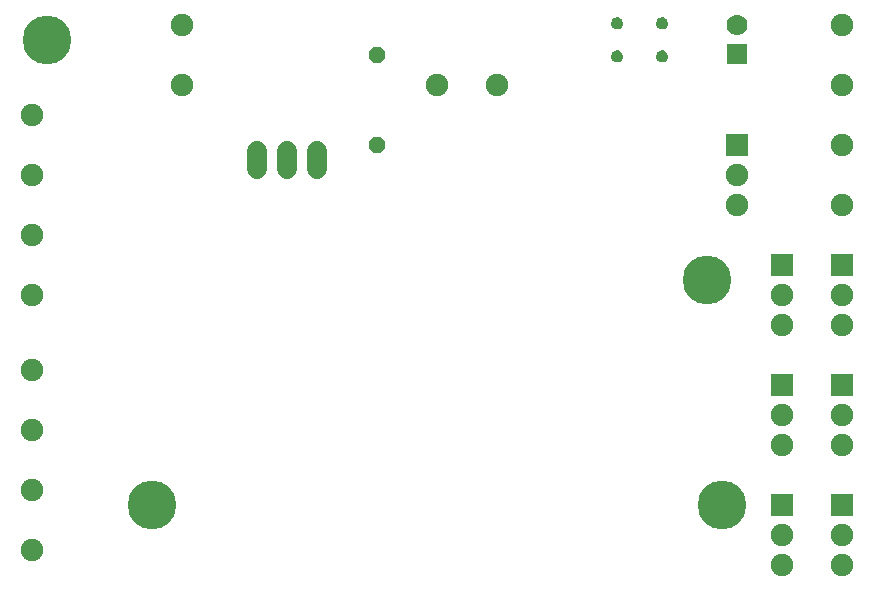
<source format=gbr>
G04 EAGLE Gerber RS-274X export*
G75*
%MOMM*%
%FSLAX34Y34*%
%LPD*%
%INSoldermask Top*%
%IPPOS*%
%AMOC8*
5,1,8,0,0,1.08239X$1,22.5*%
G01*
%ADD10C,4.127000*%
%ADD11C,1.905000*%
%ADD12R,1.905000X1.905000*%
%ADD13P,1.457113X8X112.500000*%
%ADD14C,1.778000*%
%ADD15R,1.778000X1.778000*%
%ADD16C,1.651000*%

G36*
X533548Y478773D02*
X533548Y478773D01*
X533639Y478772D01*
X534603Y478903D01*
X534651Y478919D01*
X534740Y478938D01*
X535651Y479280D01*
X535694Y479306D01*
X535778Y479345D01*
X536589Y479882D01*
X536625Y479917D01*
X536698Y479973D01*
X537370Y480677D01*
X537398Y480719D01*
X537456Y480790D01*
X537954Y481626D01*
X537955Y481629D01*
X537957Y481631D01*
X537963Y481650D01*
X537972Y481673D01*
X538012Y481755D01*
X538312Y482681D01*
X538319Y482731D01*
X538341Y482820D01*
X538427Y483789D01*
X538423Y483836D01*
X538426Y483911D01*
X538324Y484887D01*
X538310Y484935D01*
X538294Y485025D01*
X537978Y485954D01*
X537954Y485998D01*
X537917Y486083D01*
X537403Y486918D01*
X537369Y486955D01*
X537315Y487030D01*
X536627Y487730D01*
X536586Y487759D01*
X536517Y487819D01*
X535690Y488348D01*
X535644Y488367D01*
X535563Y488411D01*
X534640Y488743D01*
X534590Y488751D01*
X534501Y488776D01*
X533527Y488894D01*
X533477Y488891D01*
X533391Y488895D01*
X532389Y488800D01*
X532340Y488786D01*
X532250Y488770D01*
X531294Y488454D01*
X531249Y488430D01*
X531165Y488395D01*
X530304Y487873D01*
X530266Y487840D01*
X530191Y487787D01*
X529467Y487087D01*
X529438Y487046D01*
X529377Y486977D01*
X528827Y486134D01*
X528807Y486088D01*
X528763Y486007D01*
X528415Y485063D01*
X528406Y485013D01*
X528381Y484925D01*
X528251Y483927D01*
X528253Y483884D01*
X528252Y483758D01*
X528391Y482747D01*
X528407Y482699D01*
X528426Y482609D01*
X528788Y481654D01*
X528814Y481611D01*
X528853Y481527D01*
X529417Y480677D01*
X529452Y480640D01*
X529509Y480568D01*
X530249Y479864D01*
X530291Y479836D01*
X530362Y479778D01*
X531240Y479257D01*
X531287Y479239D01*
X531369Y479198D01*
X532341Y478885D01*
X532391Y478878D01*
X532480Y478857D01*
X533498Y478768D01*
X533548Y478773D01*
G37*
G36*
X571648Y478773D02*
X571648Y478773D01*
X571739Y478772D01*
X572703Y478903D01*
X572751Y478919D01*
X572840Y478938D01*
X573751Y479280D01*
X573794Y479306D01*
X573878Y479345D01*
X574689Y479882D01*
X574725Y479917D01*
X574798Y479973D01*
X575470Y480677D01*
X575498Y480719D01*
X575556Y480790D01*
X576054Y481626D01*
X576055Y481629D01*
X576057Y481631D01*
X576063Y481650D01*
X576072Y481673D01*
X576112Y481755D01*
X576412Y482681D01*
X576419Y482731D01*
X576441Y482820D01*
X576527Y483789D01*
X576523Y483836D01*
X576526Y483911D01*
X576424Y484887D01*
X576410Y484935D01*
X576394Y485025D01*
X576078Y485954D01*
X576054Y485998D01*
X576017Y486083D01*
X575503Y486918D01*
X575469Y486955D01*
X575415Y487030D01*
X574727Y487730D01*
X574686Y487759D01*
X574617Y487819D01*
X573790Y488348D01*
X573744Y488367D01*
X573663Y488411D01*
X572740Y488743D01*
X572690Y488751D01*
X572601Y488776D01*
X571627Y488894D01*
X571577Y488891D01*
X571491Y488895D01*
X570489Y488800D01*
X570440Y488786D01*
X570350Y488770D01*
X569394Y488454D01*
X569349Y488430D01*
X569265Y488395D01*
X568404Y487873D01*
X568366Y487840D01*
X568291Y487787D01*
X567567Y487087D01*
X567538Y487046D01*
X567477Y486977D01*
X566927Y486134D01*
X566907Y486088D01*
X566863Y486007D01*
X566515Y485063D01*
X566506Y485013D01*
X566481Y484925D01*
X566351Y483927D01*
X566353Y483884D01*
X566352Y483758D01*
X566491Y482747D01*
X566507Y482699D01*
X566526Y482609D01*
X566888Y481654D01*
X566914Y481611D01*
X566953Y481527D01*
X567517Y480677D01*
X567552Y480640D01*
X567609Y480568D01*
X568349Y479864D01*
X568391Y479836D01*
X568462Y479778D01*
X569340Y479257D01*
X569387Y479239D01*
X569469Y479198D01*
X570441Y478885D01*
X570491Y478878D01*
X570580Y478857D01*
X571598Y478768D01*
X571648Y478773D01*
G37*
G36*
X533548Y450782D02*
X533548Y450782D01*
X533639Y450781D01*
X534603Y450912D01*
X534651Y450928D01*
X534740Y450947D01*
X535651Y451289D01*
X535694Y451315D01*
X535778Y451354D01*
X536589Y451891D01*
X536625Y451926D01*
X536698Y451982D01*
X537370Y452686D01*
X537398Y452728D01*
X537456Y452799D01*
X537954Y453635D01*
X537955Y453638D01*
X537957Y453640D01*
X537963Y453660D01*
X537972Y453682D01*
X538012Y453764D01*
X538312Y454690D01*
X538319Y454740D01*
X538341Y454829D01*
X538427Y455798D01*
X538423Y455845D01*
X538426Y455920D01*
X538324Y456896D01*
X538310Y456944D01*
X538294Y457034D01*
X537978Y457963D01*
X537954Y458007D01*
X537917Y458092D01*
X537403Y458927D01*
X537369Y458964D01*
X537315Y459039D01*
X536627Y459739D01*
X536586Y459768D01*
X536517Y459828D01*
X535690Y460357D01*
X535644Y460376D01*
X535563Y460420D01*
X534640Y460752D01*
X534590Y460760D01*
X534501Y460785D01*
X533527Y460903D01*
X533477Y460900D01*
X533391Y460904D01*
X532389Y460809D01*
X532340Y460795D01*
X532250Y460779D01*
X531294Y460463D01*
X531249Y460439D01*
X531165Y460404D01*
X530304Y459882D01*
X530266Y459849D01*
X530191Y459796D01*
X529467Y459096D01*
X529438Y459055D01*
X529377Y458986D01*
X528827Y458143D01*
X528807Y458097D01*
X528763Y458016D01*
X528415Y457072D01*
X528406Y457022D01*
X528381Y456934D01*
X528251Y455936D01*
X528253Y455893D01*
X528252Y455767D01*
X528391Y454756D01*
X528407Y454708D01*
X528426Y454618D01*
X528788Y453663D01*
X528814Y453620D01*
X528853Y453536D01*
X529417Y452686D01*
X529452Y452649D01*
X529509Y452577D01*
X530249Y451873D01*
X530291Y451845D01*
X530362Y451787D01*
X531240Y451266D01*
X531287Y451248D01*
X531369Y451207D01*
X532341Y450894D01*
X532391Y450887D01*
X532480Y450866D01*
X533498Y450777D01*
X533548Y450782D01*
G37*
G36*
X571648Y450782D02*
X571648Y450782D01*
X571739Y450781D01*
X572703Y450912D01*
X572751Y450928D01*
X572840Y450947D01*
X573751Y451289D01*
X573794Y451315D01*
X573878Y451354D01*
X574689Y451891D01*
X574725Y451926D01*
X574798Y451982D01*
X575470Y452686D01*
X575498Y452728D01*
X575556Y452799D01*
X576054Y453635D01*
X576055Y453638D01*
X576057Y453640D01*
X576063Y453660D01*
X576072Y453682D01*
X576112Y453764D01*
X576412Y454690D01*
X576419Y454740D01*
X576441Y454829D01*
X576527Y455798D01*
X576523Y455845D01*
X576526Y455920D01*
X576424Y456896D01*
X576410Y456944D01*
X576394Y457034D01*
X576078Y457963D01*
X576054Y458007D01*
X576017Y458092D01*
X575503Y458927D01*
X575469Y458964D01*
X575415Y459039D01*
X574727Y459739D01*
X574686Y459768D01*
X574617Y459828D01*
X573790Y460357D01*
X573744Y460376D01*
X573663Y460420D01*
X572740Y460752D01*
X572690Y460760D01*
X572601Y460785D01*
X571627Y460903D01*
X571577Y460900D01*
X571491Y460904D01*
X570489Y460809D01*
X570440Y460795D01*
X570350Y460779D01*
X569394Y460463D01*
X569349Y460439D01*
X569265Y460404D01*
X568404Y459882D01*
X568366Y459849D01*
X568291Y459796D01*
X567567Y459096D01*
X567538Y459055D01*
X567477Y458986D01*
X566927Y458143D01*
X566907Y458097D01*
X566863Y458016D01*
X566515Y457072D01*
X566506Y457022D01*
X566481Y456934D01*
X566351Y455936D01*
X566353Y455893D01*
X566352Y455767D01*
X566491Y454756D01*
X566507Y454708D01*
X566526Y454618D01*
X566888Y453663D01*
X566914Y453620D01*
X566953Y453536D01*
X567517Y452686D01*
X567552Y452649D01*
X567609Y452577D01*
X568349Y451873D01*
X568391Y451845D01*
X568462Y451787D01*
X569340Y451266D01*
X569387Y451248D01*
X569469Y451207D01*
X570441Y450894D01*
X570491Y450887D01*
X570580Y450866D01*
X571598Y450777D01*
X571648Y450782D01*
G37*
D10*
X50800Y469900D03*
X609600Y266700D03*
X139700Y76200D03*
X622300Y76200D03*
D11*
X165100Y482600D03*
X165100Y431800D03*
X431800Y431800D03*
X381000Y431800D03*
X38100Y139700D03*
X38100Y88900D03*
X38100Y38100D03*
X38100Y190500D03*
X38100Y355600D03*
X38100Y304800D03*
X38100Y254000D03*
X38100Y406400D03*
X723900Y381000D03*
X723900Y431800D03*
X723900Y482600D03*
X723900Y330200D03*
D12*
X673100Y279400D03*
D11*
X673100Y254000D03*
X673100Y228600D03*
D12*
X673100Y76200D03*
D11*
X673100Y50800D03*
X673100Y25400D03*
D12*
X673100Y177800D03*
D11*
X673100Y152400D03*
X673100Y127000D03*
D13*
X330200Y381000D03*
X330200Y457200D03*
D12*
X635000Y381000D03*
D11*
X635000Y355600D03*
X635000Y330200D03*
D14*
X635000Y482400D03*
D15*
X635000Y457400D03*
D16*
X228600Y375920D02*
X228600Y360680D01*
X254000Y360680D02*
X254000Y375920D01*
X279400Y375920D02*
X279400Y360680D01*
D12*
X723900Y76200D03*
D11*
X723900Y50800D03*
X723900Y25400D03*
D12*
X723900Y177800D03*
D11*
X723900Y152400D03*
X723900Y127000D03*
D12*
X723900Y279400D03*
D11*
X723900Y254000D03*
X723900Y228600D03*
M02*

</source>
